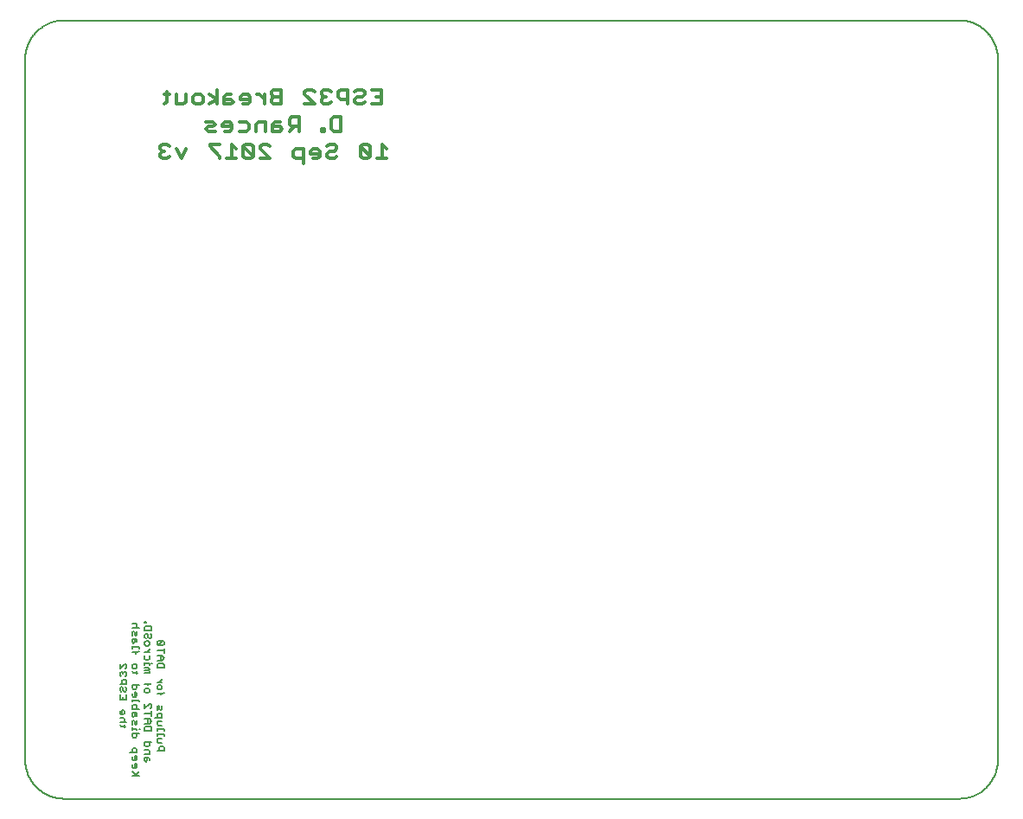
<source format=gbo>
G75*
%MOIN*%
%OFA0B0*%
%FSLAX25Y25*%
%IPPOS*%
%LPD*%
%AMOC8*
5,1,8,0,0,1.08239X$1,22.5*
%
%ADD10C,0.00600*%
%ADD11C,0.01400*%
D10*
X0032595Y0038933D02*
X0032595Y0308933D01*
X0032599Y0309295D01*
X0032613Y0309658D01*
X0032634Y0310020D01*
X0032665Y0310381D01*
X0032704Y0310741D01*
X0032752Y0311100D01*
X0032809Y0311458D01*
X0032874Y0311815D01*
X0032948Y0312170D01*
X0033031Y0312523D01*
X0033122Y0312874D01*
X0033221Y0313222D01*
X0033329Y0313568D01*
X0033445Y0313912D01*
X0033570Y0314252D01*
X0033702Y0314589D01*
X0033843Y0314923D01*
X0033992Y0315254D01*
X0034149Y0315581D01*
X0034313Y0315904D01*
X0034485Y0316223D01*
X0034665Y0316537D01*
X0034853Y0316848D01*
X0035048Y0317153D01*
X0035250Y0317454D01*
X0035460Y0317750D01*
X0035676Y0318040D01*
X0035900Y0318326D01*
X0036130Y0318606D01*
X0036367Y0318880D01*
X0036611Y0319148D01*
X0036861Y0319411D01*
X0037117Y0319667D01*
X0037380Y0319917D01*
X0037648Y0320161D01*
X0037922Y0320398D01*
X0038202Y0320628D01*
X0038488Y0320852D01*
X0038778Y0321068D01*
X0039074Y0321278D01*
X0039375Y0321480D01*
X0039680Y0321675D01*
X0039991Y0321863D01*
X0040305Y0322043D01*
X0040624Y0322215D01*
X0040947Y0322379D01*
X0041274Y0322536D01*
X0041605Y0322685D01*
X0041939Y0322826D01*
X0042276Y0322958D01*
X0042616Y0323083D01*
X0042960Y0323199D01*
X0043306Y0323307D01*
X0043654Y0323406D01*
X0044005Y0323497D01*
X0044358Y0323580D01*
X0044713Y0323654D01*
X0045070Y0323719D01*
X0045428Y0323776D01*
X0045787Y0323824D01*
X0046147Y0323863D01*
X0046508Y0323894D01*
X0046870Y0323915D01*
X0047233Y0323929D01*
X0047595Y0323933D01*
X0392595Y0323933D01*
X0392957Y0323929D01*
X0393320Y0323915D01*
X0393682Y0323894D01*
X0394043Y0323863D01*
X0394403Y0323824D01*
X0394762Y0323776D01*
X0395120Y0323719D01*
X0395477Y0323654D01*
X0395832Y0323580D01*
X0396185Y0323497D01*
X0396536Y0323406D01*
X0396884Y0323307D01*
X0397230Y0323199D01*
X0397574Y0323083D01*
X0397914Y0322958D01*
X0398251Y0322826D01*
X0398585Y0322685D01*
X0398916Y0322536D01*
X0399243Y0322379D01*
X0399566Y0322215D01*
X0399885Y0322043D01*
X0400199Y0321863D01*
X0400510Y0321675D01*
X0400815Y0321480D01*
X0401116Y0321278D01*
X0401412Y0321068D01*
X0401702Y0320852D01*
X0401988Y0320628D01*
X0402268Y0320398D01*
X0402542Y0320161D01*
X0402810Y0319917D01*
X0403073Y0319667D01*
X0403329Y0319411D01*
X0403579Y0319148D01*
X0403823Y0318880D01*
X0404060Y0318606D01*
X0404290Y0318326D01*
X0404514Y0318040D01*
X0404730Y0317750D01*
X0404940Y0317454D01*
X0405142Y0317153D01*
X0405337Y0316848D01*
X0405525Y0316537D01*
X0405705Y0316223D01*
X0405877Y0315904D01*
X0406041Y0315581D01*
X0406198Y0315254D01*
X0406347Y0314923D01*
X0406488Y0314589D01*
X0406620Y0314252D01*
X0406745Y0313912D01*
X0406861Y0313568D01*
X0406969Y0313222D01*
X0407068Y0312874D01*
X0407159Y0312523D01*
X0407242Y0312170D01*
X0407316Y0311815D01*
X0407381Y0311458D01*
X0407438Y0311100D01*
X0407486Y0310741D01*
X0407525Y0310381D01*
X0407556Y0310020D01*
X0407577Y0309658D01*
X0407591Y0309295D01*
X0407595Y0308933D01*
X0407595Y0038933D01*
X0407591Y0038571D01*
X0407577Y0038208D01*
X0407556Y0037846D01*
X0407525Y0037485D01*
X0407486Y0037125D01*
X0407438Y0036766D01*
X0407381Y0036408D01*
X0407316Y0036051D01*
X0407242Y0035696D01*
X0407159Y0035343D01*
X0407068Y0034992D01*
X0406969Y0034644D01*
X0406861Y0034298D01*
X0406745Y0033954D01*
X0406620Y0033614D01*
X0406488Y0033277D01*
X0406347Y0032943D01*
X0406198Y0032612D01*
X0406041Y0032285D01*
X0405877Y0031962D01*
X0405705Y0031643D01*
X0405525Y0031329D01*
X0405337Y0031018D01*
X0405142Y0030713D01*
X0404940Y0030412D01*
X0404730Y0030116D01*
X0404514Y0029826D01*
X0404290Y0029540D01*
X0404060Y0029260D01*
X0403823Y0028986D01*
X0403579Y0028718D01*
X0403329Y0028455D01*
X0403073Y0028199D01*
X0402810Y0027949D01*
X0402542Y0027705D01*
X0402268Y0027468D01*
X0401988Y0027238D01*
X0401702Y0027014D01*
X0401412Y0026798D01*
X0401116Y0026588D01*
X0400815Y0026386D01*
X0400510Y0026191D01*
X0400199Y0026003D01*
X0399885Y0025823D01*
X0399566Y0025651D01*
X0399243Y0025487D01*
X0398916Y0025330D01*
X0398585Y0025181D01*
X0398251Y0025040D01*
X0397914Y0024908D01*
X0397574Y0024783D01*
X0397230Y0024667D01*
X0396884Y0024559D01*
X0396536Y0024460D01*
X0396185Y0024369D01*
X0395832Y0024286D01*
X0395477Y0024212D01*
X0395120Y0024147D01*
X0394762Y0024090D01*
X0394403Y0024042D01*
X0394043Y0024003D01*
X0393682Y0023972D01*
X0393320Y0023951D01*
X0392957Y0023937D01*
X0392595Y0023933D01*
X0047595Y0023933D01*
X0047233Y0023937D01*
X0046870Y0023951D01*
X0046508Y0023972D01*
X0046147Y0024003D01*
X0045787Y0024042D01*
X0045428Y0024090D01*
X0045070Y0024147D01*
X0044713Y0024212D01*
X0044358Y0024286D01*
X0044005Y0024369D01*
X0043654Y0024460D01*
X0043306Y0024559D01*
X0042960Y0024667D01*
X0042616Y0024783D01*
X0042276Y0024908D01*
X0041939Y0025040D01*
X0041605Y0025181D01*
X0041274Y0025330D01*
X0040947Y0025487D01*
X0040624Y0025651D01*
X0040305Y0025823D01*
X0039991Y0026003D01*
X0039680Y0026191D01*
X0039375Y0026386D01*
X0039074Y0026588D01*
X0038778Y0026798D01*
X0038488Y0027014D01*
X0038202Y0027238D01*
X0037922Y0027468D01*
X0037648Y0027705D01*
X0037380Y0027949D01*
X0037117Y0028199D01*
X0036861Y0028455D01*
X0036611Y0028718D01*
X0036367Y0028986D01*
X0036130Y0029260D01*
X0035900Y0029540D01*
X0035676Y0029826D01*
X0035460Y0030116D01*
X0035250Y0030412D01*
X0035048Y0030713D01*
X0034853Y0031018D01*
X0034665Y0031329D01*
X0034485Y0031643D01*
X0034313Y0031962D01*
X0034149Y0032285D01*
X0033992Y0032612D01*
X0033843Y0032943D01*
X0033702Y0033277D01*
X0033570Y0033614D01*
X0033445Y0033954D01*
X0033329Y0034298D01*
X0033221Y0034644D01*
X0033122Y0034992D01*
X0033031Y0035343D01*
X0032948Y0035696D01*
X0032874Y0036051D01*
X0032809Y0036408D01*
X0032752Y0036766D01*
X0032704Y0037125D01*
X0032665Y0037485D01*
X0032634Y0037846D01*
X0032613Y0038208D01*
X0032599Y0038571D01*
X0032595Y0038933D01*
X0069095Y0052332D02*
X0069529Y0051899D01*
X0071264Y0051899D01*
X0070830Y0051465D02*
X0070830Y0052332D01*
X0070396Y0053429D02*
X0070830Y0053863D01*
X0070830Y0054730D01*
X0070396Y0055164D01*
X0069095Y0055164D01*
X0069529Y0056376D02*
X0070396Y0056376D01*
X0070830Y0056809D01*
X0070830Y0057677D01*
X0070396Y0058110D01*
X0069963Y0058110D01*
X0069963Y0056376D01*
X0069529Y0056376D02*
X0069095Y0056809D01*
X0069095Y0057677D01*
X0069095Y0053429D02*
X0071697Y0053429D01*
X0073895Y0053748D02*
X0074329Y0054182D01*
X0074763Y0053748D01*
X0074763Y0052881D01*
X0075196Y0052447D01*
X0075630Y0052881D01*
X0075630Y0054182D01*
X0075630Y0055827D02*
X0075630Y0056695D01*
X0075196Y0057128D01*
X0073895Y0057128D01*
X0073895Y0055827D01*
X0074329Y0055394D01*
X0074763Y0055827D01*
X0074763Y0057128D01*
X0075630Y0058340D02*
X0075630Y0059641D01*
X0075196Y0060075D01*
X0074329Y0060075D01*
X0073895Y0059641D01*
X0073895Y0058340D01*
X0076497Y0058340D01*
X0078695Y0058831D02*
X0080430Y0060566D01*
X0080864Y0060566D01*
X0081297Y0060132D01*
X0081297Y0059265D01*
X0080864Y0058831D01*
X0081297Y0057619D02*
X0081297Y0055885D01*
X0081297Y0056752D02*
X0078695Y0056752D01*
X0078695Y0058831D02*
X0078695Y0060566D01*
X0076497Y0061287D02*
X0076497Y0061720D01*
X0073895Y0061720D01*
X0073895Y0061287D02*
X0073895Y0062154D01*
X0074329Y0063251D02*
X0075196Y0063251D01*
X0075630Y0063685D01*
X0075630Y0064552D01*
X0075196Y0064986D01*
X0074763Y0064986D01*
X0074763Y0063251D01*
X0074329Y0063251D02*
X0073895Y0063685D01*
X0073895Y0064552D01*
X0074329Y0066197D02*
X0075196Y0066197D01*
X0075630Y0066631D01*
X0075630Y0067932D01*
X0076497Y0067932D02*
X0073895Y0067932D01*
X0073895Y0066631D01*
X0074329Y0066197D01*
X0071697Y0066516D02*
X0071697Y0065649D01*
X0071264Y0065215D01*
X0070830Y0065215D01*
X0070396Y0065649D01*
X0070396Y0066516D01*
X0069963Y0066950D01*
X0069529Y0066950D01*
X0069095Y0066516D01*
X0069095Y0065649D01*
X0069529Y0065215D01*
X0069095Y0064004D02*
X0069095Y0062269D01*
X0071697Y0062269D01*
X0071697Y0064004D01*
X0070396Y0063136D02*
X0070396Y0062269D01*
X0071697Y0066516D02*
X0071264Y0066950D01*
X0071697Y0068162D02*
X0071697Y0069463D01*
X0071264Y0069897D01*
X0070396Y0069897D01*
X0069963Y0069463D01*
X0069963Y0068162D01*
X0069095Y0068162D02*
X0071697Y0068162D01*
X0071264Y0071108D02*
X0071697Y0071542D01*
X0071697Y0072409D01*
X0071264Y0072843D01*
X0070830Y0072843D01*
X0070396Y0072409D01*
X0069963Y0072843D01*
X0069529Y0072843D01*
X0069095Y0072409D01*
X0069095Y0071542D01*
X0069529Y0071108D01*
X0070396Y0071976D02*
X0070396Y0072409D01*
X0071264Y0074055D02*
X0071697Y0074488D01*
X0071697Y0075356D01*
X0071264Y0075790D01*
X0070830Y0075790D01*
X0069095Y0074055D01*
X0069095Y0075790D01*
X0073895Y0075356D02*
X0073895Y0074488D01*
X0074329Y0074055D01*
X0075196Y0074055D01*
X0075630Y0074488D01*
X0075630Y0075356D01*
X0075196Y0075790D01*
X0074329Y0075790D01*
X0073895Y0075356D01*
X0073895Y0072958D02*
X0074329Y0072524D01*
X0076064Y0072524D01*
X0075630Y0072090D02*
X0075630Y0072958D01*
X0078695Y0072582D02*
X0080430Y0072582D01*
X0080430Y0073015D01*
X0079996Y0073449D01*
X0080430Y0073883D01*
X0079996Y0074316D01*
X0078695Y0074316D01*
X0078695Y0073449D02*
X0079996Y0073449D01*
X0080430Y0075528D02*
X0080430Y0075962D01*
X0078695Y0075962D01*
X0078695Y0076395D02*
X0078695Y0075528D01*
X0079129Y0077492D02*
X0078695Y0077926D01*
X0078695Y0079227D01*
X0078695Y0080439D02*
X0080430Y0080439D01*
X0080430Y0081306D02*
X0080430Y0081740D01*
X0080430Y0081306D02*
X0079563Y0080439D01*
X0080430Y0079227D02*
X0080430Y0077926D01*
X0079996Y0077492D01*
X0079129Y0077492D01*
X0081297Y0075962D02*
X0081731Y0075962D01*
X0083495Y0075601D02*
X0083929Y0076035D01*
X0085664Y0076035D01*
X0086097Y0075601D01*
X0086097Y0074300D01*
X0083495Y0074300D01*
X0083495Y0075601D01*
X0083495Y0077247D02*
X0085230Y0077247D01*
X0086097Y0078114D01*
X0085230Y0078982D01*
X0083495Y0078982D01*
X0084796Y0078982D02*
X0084796Y0077247D01*
X0086097Y0080193D02*
X0086097Y0081928D01*
X0086097Y0081061D02*
X0083495Y0081061D01*
X0083929Y0083140D02*
X0085664Y0084875D01*
X0083929Y0084875D01*
X0083495Y0084441D01*
X0083495Y0083574D01*
X0083929Y0083140D01*
X0085664Y0083140D01*
X0086097Y0083574D01*
X0086097Y0084441D01*
X0085664Y0084875D01*
X0081297Y0086275D02*
X0080864Y0085841D01*
X0080430Y0085841D01*
X0079996Y0086275D01*
X0079996Y0087142D01*
X0079563Y0087576D01*
X0079129Y0087576D01*
X0078695Y0087142D01*
X0078695Y0086275D01*
X0079129Y0085841D01*
X0079129Y0084629D02*
X0079996Y0084629D01*
X0080430Y0084195D01*
X0080430Y0083328D01*
X0079996Y0082894D01*
X0079129Y0082894D01*
X0078695Y0083328D01*
X0078695Y0084195D01*
X0079129Y0084629D01*
X0081297Y0086275D02*
X0081297Y0087142D01*
X0080864Y0087576D01*
X0081297Y0088787D02*
X0078695Y0088787D01*
X0078695Y0090088D01*
X0079129Y0090522D01*
X0080864Y0090522D01*
X0081297Y0090088D01*
X0081297Y0088787D01*
X0079129Y0091734D02*
X0079129Y0092168D01*
X0078695Y0092168D01*
X0078695Y0091734D01*
X0079129Y0091734D01*
X0076497Y0089770D02*
X0073895Y0089770D01*
X0074329Y0088558D02*
X0074763Y0088124D01*
X0074763Y0087257D01*
X0075196Y0086823D01*
X0075630Y0087257D01*
X0075630Y0088558D01*
X0075196Y0089770D02*
X0075630Y0090203D01*
X0075630Y0091071D01*
X0075196Y0091504D01*
X0073895Y0091504D01*
X0074329Y0088558D02*
X0073895Y0088124D01*
X0073895Y0086823D01*
X0073895Y0085611D02*
X0073895Y0084310D01*
X0074329Y0083877D01*
X0074763Y0084310D01*
X0074763Y0085611D01*
X0075196Y0085611D02*
X0073895Y0085611D01*
X0075196Y0085611D02*
X0075630Y0085178D01*
X0075630Y0084310D01*
X0076497Y0082346D02*
X0073895Y0082346D01*
X0073895Y0081912D02*
X0073895Y0082780D01*
X0075196Y0080815D02*
X0075196Y0079948D01*
X0076064Y0080382D02*
X0076497Y0080815D01*
X0076064Y0080382D02*
X0073895Y0080382D01*
X0076497Y0081912D02*
X0076497Y0082346D01*
X0079996Y0068538D02*
X0079996Y0067671D01*
X0080864Y0068104D02*
X0078695Y0068104D01*
X0079129Y0066459D02*
X0079996Y0066459D01*
X0080430Y0066025D01*
X0080430Y0065158D01*
X0079996Y0064724D01*
X0079129Y0064724D01*
X0078695Y0065158D01*
X0078695Y0066025D01*
X0079129Y0066459D01*
X0080864Y0068104D02*
X0081297Y0068538D01*
X0083495Y0068898D02*
X0085230Y0068898D01*
X0084363Y0068898D02*
X0085230Y0069766D01*
X0085230Y0070199D01*
X0084796Y0067687D02*
X0083929Y0067687D01*
X0083495Y0067253D01*
X0083495Y0066386D01*
X0083929Y0065952D01*
X0084796Y0065952D01*
X0085230Y0066386D01*
X0085230Y0067253D01*
X0084796Y0067687D01*
X0084796Y0064855D02*
X0084796Y0063988D01*
X0085664Y0064421D02*
X0086097Y0064855D01*
X0085664Y0064421D02*
X0083495Y0064421D01*
X0083929Y0059829D02*
X0084363Y0059396D01*
X0084363Y0058528D01*
X0084796Y0058094D01*
X0085230Y0058528D01*
X0085230Y0059829D01*
X0083929Y0059829D02*
X0083495Y0059396D01*
X0083495Y0058094D01*
X0083929Y0056883D02*
X0083495Y0056449D01*
X0083495Y0055148D01*
X0082628Y0055148D02*
X0085230Y0055148D01*
X0085230Y0056449D01*
X0084796Y0056883D01*
X0083929Y0056883D01*
X0083495Y0053936D02*
X0085230Y0053936D01*
X0085230Y0052201D02*
X0083929Y0052201D01*
X0083495Y0052635D01*
X0083495Y0053936D01*
X0081297Y0053805D02*
X0080430Y0054673D01*
X0078695Y0054673D01*
X0079996Y0054673D02*
X0079996Y0052938D01*
X0080430Y0052938D02*
X0081297Y0053805D01*
X0080430Y0052938D02*
X0078695Y0052938D01*
X0079129Y0051726D02*
X0080864Y0051726D01*
X0081297Y0051293D01*
X0081297Y0049992D01*
X0078695Y0049992D01*
X0078695Y0051293D01*
X0079129Y0051726D01*
X0076931Y0050916D02*
X0076497Y0050916D01*
X0075630Y0050916D02*
X0073895Y0050916D01*
X0073895Y0050483D02*
X0073895Y0051350D01*
X0073895Y0052447D02*
X0073895Y0053748D01*
X0075630Y0050916D02*
X0075630Y0050483D01*
X0075630Y0049271D02*
X0075630Y0047970D01*
X0075196Y0047536D01*
X0074329Y0047536D01*
X0073895Y0047970D01*
X0073895Y0049271D01*
X0076497Y0049271D01*
X0078695Y0045833D02*
X0078695Y0044532D01*
X0079129Y0044099D01*
X0079996Y0044099D01*
X0080430Y0044532D01*
X0080430Y0045833D01*
X0081297Y0045833D02*
X0078695Y0045833D01*
X0078695Y0042887D02*
X0079996Y0042887D01*
X0080430Y0042453D01*
X0080430Y0041152D01*
X0078695Y0041152D01*
X0078695Y0039940D02*
X0078695Y0038639D01*
X0079129Y0038205D01*
X0079563Y0038639D01*
X0079563Y0039940D01*
X0079996Y0039940D02*
X0078695Y0039940D01*
X0079996Y0039940D02*
X0080430Y0039507D01*
X0080430Y0038639D01*
X0075630Y0039130D02*
X0075630Y0039998D01*
X0075196Y0040431D01*
X0074763Y0040431D01*
X0074763Y0038697D01*
X0075196Y0038697D02*
X0075630Y0039130D01*
X0075196Y0038697D02*
X0074329Y0038697D01*
X0073895Y0039130D01*
X0073895Y0039998D01*
X0073895Y0041643D02*
X0073895Y0042944D01*
X0074329Y0043378D01*
X0075196Y0043378D01*
X0075630Y0042944D01*
X0075630Y0041643D01*
X0073028Y0041643D01*
X0074763Y0037485D02*
X0074763Y0035750D01*
X0075196Y0035750D02*
X0075630Y0036184D01*
X0075630Y0037051D01*
X0075196Y0037485D01*
X0074763Y0037485D01*
X0073895Y0037051D02*
X0073895Y0036184D01*
X0074329Y0035750D01*
X0075196Y0035750D01*
X0073895Y0034538D02*
X0075196Y0033237D01*
X0074763Y0032804D02*
X0076497Y0034538D01*
X0076497Y0032804D02*
X0073895Y0032804D01*
X0083495Y0042380D02*
X0086097Y0042380D01*
X0086097Y0043681D01*
X0085664Y0044115D01*
X0084796Y0044115D01*
X0084363Y0043681D01*
X0084363Y0042380D01*
X0083929Y0045326D02*
X0083495Y0045760D01*
X0083495Y0047061D01*
X0085230Y0047061D01*
X0086097Y0048273D02*
X0086097Y0048706D01*
X0083495Y0048706D01*
X0083495Y0048273D02*
X0083495Y0049140D01*
X0083495Y0050237D02*
X0083495Y0051105D01*
X0083495Y0050671D02*
X0086097Y0050671D01*
X0086097Y0050237D01*
X0085230Y0045326D02*
X0083929Y0045326D01*
D11*
X0139786Y0268765D02*
X0139786Y0274370D01*
X0136984Y0274370D01*
X0136050Y0273435D01*
X0136050Y0271567D01*
X0136984Y0270633D01*
X0139786Y0270633D01*
X0142495Y0272501D02*
X0142495Y0273435D01*
X0143429Y0274370D01*
X0145298Y0274370D01*
X0146232Y0273435D01*
X0146232Y0271567D01*
X0145298Y0270633D01*
X0143429Y0270633D01*
X0142495Y0272501D02*
X0146232Y0272501D01*
X0148941Y0272501D02*
X0149875Y0273435D01*
X0151743Y0273435D01*
X0152677Y0274370D01*
X0152677Y0275304D01*
X0151743Y0276238D01*
X0149875Y0276238D01*
X0148941Y0275304D01*
X0148941Y0272501D02*
X0148941Y0271567D01*
X0149875Y0270633D01*
X0151743Y0270633D01*
X0152677Y0271567D01*
X0161832Y0271567D02*
X0162766Y0270633D01*
X0164634Y0270633D01*
X0165568Y0271567D01*
X0161832Y0275304D01*
X0161832Y0271567D01*
X0165568Y0271567D02*
X0165568Y0275304D01*
X0164634Y0276238D01*
X0162766Y0276238D01*
X0161832Y0275304D01*
X0168277Y0270633D02*
X0172014Y0270633D01*
X0170145Y0270633D02*
X0170145Y0276238D01*
X0172014Y0274370D01*
X0154289Y0281133D02*
X0154289Y0286738D01*
X0151486Y0286738D01*
X0150552Y0285804D01*
X0150552Y0282067D01*
X0151486Y0281133D01*
X0154289Y0281133D01*
X0147843Y0281133D02*
X0146909Y0281133D01*
X0146909Y0282067D01*
X0147843Y0282067D01*
X0147843Y0281133D01*
X0138175Y0281133D02*
X0138175Y0286738D01*
X0135372Y0286738D01*
X0134438Y0285804D01*
X0134438Y0283935D01*
X0135372Y0283001D01*
X0138175Y0283001D01*
X0136307Y0283001D02*
X0134438Y0281133D01*
X0131729Y0282067D02*
X0130795Y0283001D01*
X0127993Y0283001D01*
X0127993Y0283935D02*
X0127993Y0281133D01*
X0130795Y0281133D01*
X0131729Y0282067D01*
X0130795Y0284870D02*
X0128927Y0284870D01*
X0127993Y0283935D01*
X0125284Y0284870D02*
X0125284Y0281133D01*
X0125284Y0284870D02*
X0122481Y0284870D01*
X0121547Y0283935D01*
X0121547Y0281133D01*
X0118838Y0282067D02*
X0117904Y0281133D01*
X0115102Y0281133D01*
X0112393Y0282067D02*
X0112393Y0283935D01*
X0111459Y0284870D01*
X0109590Y0284870D01*
X0108656Y0283935D01*
X0108656Y0283001D01*
X0112393Y0283001D01*
X0112393Y0282067D02*
X0111459Y0281133D01*
X0109590Y0281133D01*
X0105947Y0281133D02*
X0103145Y0281133D01*
X0102211Y0282067D01*
X0103145Y0283001D01*
X0105013Y0283001D01*
X0105947Y0283935D01*
X0105013Y0284870D01*
X0102211Y0284870D01*
X0103682Y0291633D02*
X0106484Y0293501D01*
X0103682Y0295370D01*
X0101113Y0294435D02*
X0101113Y0292567D01*
X0100179Y0291633D01*
X0098311Y0291633D01*
X0097377Y0292567D01*
X0097377Y0294435D01*
X0098311Y0295370D01*
X0100179Y0295370D01*
X0101113Y0294435D01*
X0094668Y0295370D02*
X0094668Y0292567D01*
X0093734Y0291633D01*
X0090931Y0291633D01*
X0090931Y0295370D01*
X0088222Y0295370D02*
X0086354Y0295370D01*
X0087288Y0296304D02*
X0087288Y0292567D01*
X0086354Y0291633D01*
X0085420Y0276238D02*
X0084486Y0275304D01*
X0084486Y0274370D01*
X0085420Y0273435D01*
X0084486Y0272501D01*
X0084486Y0271567D01*
X0085420Y0270633D01*
X0087288Y0270633D01*
X0088222Y0271567D01*
X0086354Y0273435D02*
X0085420Y0273435D01*
X0085420Y0276238D02*
X0087288Y0276238D01*
X0088222Y0275304D01*
X0090931Y0274370D02*
X0092799Y0270633D01*
X0094668Y0274370D01*
X0103822Y0275304D02*
X0107559Y0271567D01*
X0107559Y0270633D01*
X0110268Y0270633D02*
X0114004Y0270633D01*
X0112136Y0270633D02*
X0112136Y0276238D01*
X0114004Y0274370D01*
X0116713Y0275304D02*
X0116713Y0271567D01*
X0117647Y0270633D01*
X0119516Y0270633D01*
X0120450Y0271567D01*
X0116713Y0275304D01*
X0117647Y0276238D01*
X0119516Y0276238D01*
X0120450Y0275304D01*
X0120450Y0271567D01*
X0123159Y0270633D02*
X0126895Y0270633D01*
X0123159Y0274370D01*
X0123159Y0275304D01*
X0124093Y0276238D01*
X0125961Y0276238D01*
X0126895Y0275304D01*
X0118838Y0282067D02*
X0118838Y0283935D01*
X0117904Y0284870D01*
X0115102Y0284870D01*
X0116573Y0291633D02*
X0118441Y0291633D01*
X0119375Y0292567D01*
X0119375Y0294435D01*
X0118441Y0295370D01*
X0116573Y0295370D01*
X0115639Y0294435D01*
X0115639Y0293501D01*
X0119375Y0293501D01*
X0121944Y0295370D02*
X0122878Y0295370D01*
X0124747Y0293501D01*
X0124747Y0291633D02*
X0124747Y0295370D01*
X0127456Y0295370D02*
X0128390Y0294435D01*
X0131192Y0294435D01*
X0131192Y0291633D02*
X0128390Y0291633D01*
X0127456Y0292567D01*
X0127456Y0293501D01*
X0128390Y0294435D01*
X0127456Y0295370D02*
X0127456Y0296304D01*
X0128390Y0297238D01*
X0131192Y0297238D01*
X0131192Y0291633D01*
X0140347Y0291633D02*
X0144083Y0291633D01*
X0140347Y0295370D01*
X0140347Y0296304D01*
X0141281Y0297238D01*
X0143149Y0297238D01*
X0144083Y0296304D01*
X0146792Y0296304D02*
X0147726Y0297238D01*
X0149595Y0297238D01*
X0150529Y0296304D01*
X0148660Y0294435D02*
X0147726Y0294435D01*
X0146792Y0293501D01*
X0146792Y0292567D01*
X0147726Y0291633D01*
X0149595Y0291633D01*
X0150529Y0292567D01*
X0153238Y0294435D02*
X0154172Y0293501D01*
X0156974Y0293501D01*
X0156974Y0291633D02*
X0156974Y0297238D01*
X0154172Y0297238D01*
X0153238Y0296304D01*
X0153238Y0294435D01*
X0159683Y0293501D02*
X0159683Y0292567D01*
X0160617Y0291633D01*
X0162486Y0291633D01*
X0163420Y0292567D01*
X0162486Y0294435D02*
X0160617Y0294435D01*
X0159683Y0293501D01*
X0159683Y0296304D02*
X0160617Y0297238D01*
X0162486Y0297238D01*
X0163420Y0296304D01*
X0163420Y0295370D01*
X0162486Y0294435D01*
X0166129Y0291633D02*
X0169865Y0291633D01*
X0169865Y0297238D01*
X0166129Y0297238D01*
X0167997Y0294435D02*
X0169865Y0294435D01*
X0147726Y0294435D02*
X0146792Y0295370D01*
X0146792Y0296304D01*
X0112930Y0292567D02*
X0111996Y0293501D01*
X0109193Y0293501D01*
X0109193Y0294435D02*
X0109193Y0291633D01*
X0111996Y0291633D01*
X0112930Y0292567D01*
X0111996Y0295370D02*
X0110128Y0295370D01*
X0109193Y0294435D01*
X0106484Y0291633D02*
X0106484Y0297238D01*
X0107559Y0276238D02*
X0103822Y0276238D01*
X0103822Y0275304D01*
M02*

</source>
